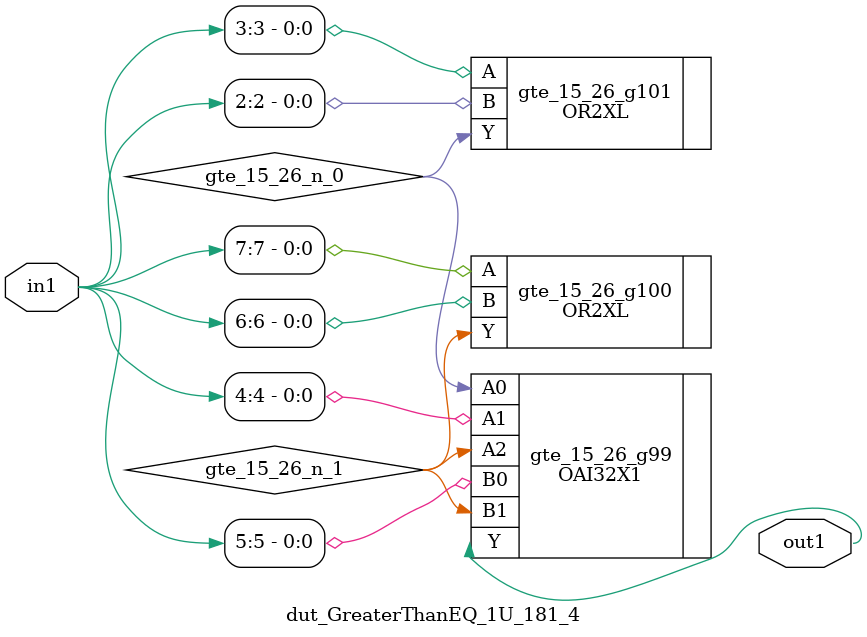
<source format=v>
`timescale 1ps / 1ps


module dut_GreaterThanEQ_1U_181_4(in1, out1);
  input [7:0] in1;
  output out1;
  wire [7:0] in1;
  wire out1;
  wire gte_15_26_n_0, gte_15_26_n_1;
  OAI32X1 gte_15_26_g99(.A0 (gte_15_26_n_0), .A1 (in1[4]), .A2
       (gte_15_26_n_1), .B0 (in1[5]), .B1 (gte_15_26_n_1), .Y (out1));
  OR2XL gte_15_26_g100(.A (in1[7]), .B (in1[6]), .Y (gte_15_26_n_1));
  OR2XL gte_15_26_g101(.A (in1[3]), .B (in1[2]), .Y (gte_15_26_n_0));
endmodule



</source>
